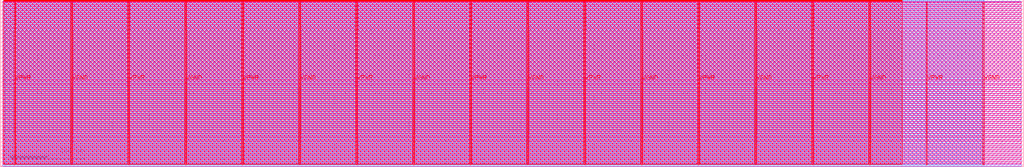
<source format=lef>
VERSION 5.7 ;
  NOWIREEXTENSIONATPIN ON ;
  DIVIDERCHAR "/" ;
  BUSBITCHARS "[]" ;
MACRO tt_um_petersn_micro1
  CLASS BLOCK ;
  FOREIGN tt_um_petersn_micro1 ;
  ORIGIN 0.000 0.000 ;
  SIZE 1378.160 BY 225.760 ;
  PIN VGND
    DIRECTION INOUT ;
    USE GROUND ;
    PORT
      LAYER met4 ;
        RECT 95.080 2.480 96.680 223.280 ;
    END
    PORT
      LAYER met4 ;
        RECT 248.680 2.480 250.280 223.280 ;
    END
    PORT
      LAYER met4 ;
        RECT 402.280 2.480 403.880 223.280 ;
    END
    PORT
      LAYER met4 ;
        RECT 555.880 2.480 557.480 223.280 ;
    END
    PORT
      LAYER met4 ;
        RECT 709.480 2.480 711.080 223.280 ;
    END
    PORT
      LAYER met4 ;
        RECT 863.080 2.480 864.680 223.280 ;
    END
    PORT
      LAYER met4 ;
        RECT 1016.680 2.480 1018.280 223.280 ;
    END
    PORT
      LAYER met4 ;
        RECT 1170.280 2.480 1171.880 223.280 ;
    END
    PORT
      LAYER met4 ;
        RECT 1323.880 2.480 1325.480 223.280 ;
    END
  END VGND
  PIN VPWR
    DIRECTION INOUT ;
    USE POWER ;
    PORT
      LAYER met4 ;
        RECT 18.280 2.480 19.880 223.280 ;
    END
    PORT
      LAYER met4 ;
        RECT 171.880 2.480 173.480 223.280 ;
    END
    PORT
      LAYER met4 ;
        RECT 325.480 2.480 327.080 223.280 ;
    END
    PORT
      LAYER met4 ;
        RECT 479.080 2.480 480.680 223.280 ;
    END
    PORT
      LAYER met4 ;
        RECT 632.680 2.480 634.280 223.280 ;
    END
    PORT
      LAYER met4 ;
        RECT 786.280 2.480 787.880 223.280 ;
    END
    PORT
      LAYER met4 ;
        RECT 939.880 2.480 941.480 223.280 ;
    END
    PORT
      LAYER met4 ;
        RECT 1093.480 2.480 1095.080 223.280 ;
    END
    PORT
      LAYER met4 ;
        RECT 1247.080 2.480 1248.680 223.280 ;
    END
  END VPWR
  PIN clk
    DIRECTION INPUT ;
    USE SIGNAL ;
    ANTENNAGATEAREA 0.852000 ;
    PORT
      LAYER met4 ;
        RECT 154.870 224.760 155.170 225.760 ;
    END
  END clk
  PIN ena
    DIRECTION INPUT ;
    USE SIGNAL ;
    ANTENNAGATEAREA 0.990000 ;
    PORT
      LAYER met4 ;
        RECT 158.550 224.760 158.850 225.760 ;
    END
  END ena
  PIN rst_n
    DIRECTION INPUT ;
    USE SIGNAL ;
    ANTENNAGATEAREA 0.852000 ;
    PORT
      LAYER met4 ;
        RECT 151.190 224.760 151.490 225.760 ;
    END
  END rst_n
  PIN ui_in[0]
    DIRECTION INPUT ;
    USE SIGNAL ;
    ANTENNAGATEAREA 0.495000 ;
    PORT
      LAYER met4 ;
        RECT 147.510 224.760 147.810 225.760 ;
    END
  END ui_in[0]
  PIN ui_in[1]
    DIRECTION INPUT ;
    USE SIGNAL ;
    PORT
      LAYER met4 ;
        RECT 143.830 224.760 144.130 225.760 ;
    END
  END ui_in[1]
  PIN ui_in[2]
    DIRECTION INPUT ;
    USE SIGNAL ;
    PORT
      LAYER met4 ;
        RECT 140.150 224.760 140.450 225.760 ;
    END
  END ui_in[2]
  PIN ui_in[3]
    DIRECTION INPUT ;
    USE SIGNAL ;
    PORT
      LAYER met4 ;
        RECT 136.470 224.760 136.770 225.760 ;
    END
  END ui_in[3]
  PIN ui_in[4]
    DIRECTION INPUT ;
    USE SIGNAL ;
    PORT
      LAYER met4 ;
        RECT 132.790 224.760 133.090 225.760 ;
    END
  END ui_in[4]
  PIN ui_in[5]
    DIRECTION INPUT ;
    USE SIGNAL ;
    PORT
      LAYER met4 ;
        RECT 129.110 224.760 129.410 225.760 ;
    END
  END ui_in[5]
  PIN ui_in[6]
    DIRECTION INPUT ;
    USE SIGNAL ;
    PORT
      LAYER met4 ;
        RECT 125.430 224.760 125.730 225.760 ;
    END
  END ui_in[6]
  PIN ui_in[7]
    DIRECTION INPUT ;
    USE SIGNAL ;
    PORT
      LAYER met4 ;
        RECT 121.750 224.760 122.050 225.760 ;
    END
  END ui_in[7]
  PIN uio_in[0]
    DIRECTION INPUT ;
    USE SIGNAL ;
    ANTENNAGATEAREA 0.196500 ;
    PORT
      LAYER met4 ;
        RECT 118.070 224.760 118.370 225.760 ;
    END
  END uio_in[0]
  PIN uio_in[1]
    DIRECTION INPUT ;
    USE SIGNAL ;
    ANTENNAGATEAREA 0.196500 ;
    PORT
      LAYER met4 ;
        RECT 114.390 224.760 114.690 225.760 ;
    END
  END uio_in[1]
  PIN uio_in[2]
    DIRECTION INPUT ;
    USE SIGNAL ;
    ANTENNAGATEAREA 0.196500 ;
    PORT
      LAYER met4 ;
        RECT 110.710 224.760 111.010 225.760 ;
    END
  END uio_in[2]
  PIN uio_in[3]
    DIRECTION INPUT ;
    USE SIGNAL ;
    ANTENNAGATEAREA 0.196500 ;
    PORT
      LAYER met4 ;
        RECT 107.030 224.760 107.330 225.760 ;
    END
  END uio_in[3]
  PIN uio_in[4]
    DIRECTION INPUT ;
    USE SIGNAL ;
    ANTENNAGATEAREA 0.196500 ;
    PORT
      LAYER met4 ;
        RECT 103.350 224.760 103.650 225.760 ;
    END
  END uio_in[4]
  PIN uio_in[5]
    DIRECTION INPUT ;
    USE SIGNAL ;
    ANTENNAGATEAREA 0.196500 ;
    PORT
      LAYER met4 ;
        RECT 99.670 224.760 99.970 225.760 ;
    END
  END uio_in[5]
  PIN uio_in[6]
    DIRECTION INPUT ;
    USE SIGNAL ;
    ANTENNAGATEAREA 0.196500 ;
    PORT
      LAYER met4 ;
        RECT 95.990 224.760 96.290 225.760 ;
    END
  END uio_in[6]
  PIN uio_in[7]
    DIRECTION INPUT ;
    USE SIGNAL ;
    ANTENNAGATEAREA 0.196500 ;
    PORT
      LAYER met4 ;
        RECT 92.310 224.760 92.610 225.760 ;
    END
  END uio_in[7]
  PIN uio_oe[0]
    DIRECTION OUTPUT TRISTATE ;
    USE SIGNAL ;
    ANTENNAGATEAREA 0.252000 ;
    ANTENNADIFFAREA 0.891000 ;
    PORT
      LAYER met4 ;
        RECT 29.750 224.760 30.050 225.760 ;
    END
  END uio_oe[0]
  PIN uio_oe[1]
    DIRECTION OUTPUT TRISTATE ;
    USE SIGNAL ;
    ANTENNAGATEAREA 0.252000 ;
    ANTENNADIFFAREA 0.891000 ;
    PORT
      LAYER met4 ;
        RECT 26.070 224.760 26.370 225.760 ;
    END
  END uio_oe[1]
  PIN uio_oe[2]
    DIRECTION OUTPUT TRISTATE ;
    USE SIGNAL ;
    ANTENNAGATEAREA 0.252000 ;
    ANTENNADIFFAREA 0.891000 ;
    PORT
      LAYER met4 ;
        RECT 22.390 224.760 22.690 225.760 ;
    END
  END uio_oe[2]
  PIN uio_oe[3]
    DIRECTION OUTPUT TRISTATE ;
    USE SIGNAL ;
    ANTENNAGATEAREA 0.252000 ;
    ANTENNADIFFAREA 0.891000 ;
    PORT
      LAYER met4 ;
        RECT 18.710 224.760 19.010 225.760 ;
    END
  END uio_oe[3]
  PIN uio_oe[4]
    DIRECTION OUTPUT TRISTATE ;
    USE SIGNAL ;
    ANTENNAGATEAREA 0.252000 ;
    ANTENNADIFFAREA 0.891000 ;
    PORT
      LAYER met4 ;
        RECT 15.030 224.760 15.330 225.760 ;
    END
  END uio_oe[4]
  PIN uio_oe[5]
    DIRECTION OUTPUT TRISTATE ;
    USE SIGNAL ;
    ANTENNAGATEAREA 0.373500 ;
    ANTENNADIFFAREA 1.325700 ;
    PORT
      LAYER met4 ;
        RECT 11.350 224.760 11.650 225.760 ;
    END
  END uio_oe[5]
  PIN uio_oe[6]
    DIRECTION OUTPUT TRISTATE ;
    USE SIGNAL ;
    ANTENNAGATEAREA 0.252000 ;
    ANTENNADIFFAREA 0.891000 ;
    PORT
      LAYER met4 ;
        RECT 7.670 224.760 7.970 225.760 ;
    END
  END uio_oe[6]
  PIN uio_oe[7]
    DIRECTION OUTPUT TRISTATE ;
    USE SIGNAL ;
    ANTENNAGATEAREA 0.373500 ;
    ANTENNADIFFAREA 0.891000 ;
    PORT
      LAYER met4 ;
        RECT 3.990 224.760 4.290 225.760 ;
    END
  END uio_oe[7]
  PIN uio_out[0]
    DIRECTION OUTPUT TRISTATE ;
    USE SIGNAL ;
    ANTENNAGATEAREA 0.126000 ;
    ANTENNADIFFAREA 0.445500 ;
    PORT
      LAYER met4 ;
        RECT 59.190 224.760 59.490 225.760 ;
    END
  END uio_out[0]
  PIN uio_out[1]
    DIRECTION OUTPUT TRISTATE ;
    USE SIGNAL ;
    ANTENNAGATEAREA 0.126000 ;
    ANTENNADIFFAREA 0.891000 ;
    PORT
      LAYER met4 ;
        RECT 55.510 224.760 55.810 225.760 ;
    END
  END uio_out[1]
  PIN uio_out[2]
    DIRECTION OUTPUT TRISTATE ;
    USE SIGNAL ;
    ANTENNAGATEAREA 0.126000 ;
    ANTENNADIFFAREA 0.891000 ;
    PORT
      LAYER met4 ;
        RECT 51.830 224.760 52.130 225.760 ;
    END
  END uio_out[2]
  PIN uio_out[3]
    DIRECTION OUTPUT TRISTATE ;
    USE SIGNAL ;
    ANTENNAGATEAREA 0.126000 ;
    ANTENNADIFFAREA 0.891000 ;
    PORT
      LAYER met4 ;
        RECT 48.150 224.760 48.450 225.760 ;
    END
  END uio_out[3]
  PIN uio_out[4]
    DIRECTION OUTPUT TRISTATE ;
    USE SIGNAL ;
    ANTENNAGATEAREA 0.126000 ;
    ANTENNADIFFAREA 0.445500 ;
    PORT
      LAYER met4 ;
        RECT 44.470 224.760 44.770 225.760 ;
    END
  END uio_out[4]
  PIN uio_out[5]
    DIRECTION OUTPUT TRISTATE ;
    USE SIGNAL ;
    ANTENNAGATEAREA 0.247500 ;
    ANTENNADIFFAREA 0.891000 ;
    PORT
      LAYER met4 ;
        RECT 40.790 224.760 41.090 225.760 ;
    END
  END uio_out[5]
  PIN uio_out[6]
    DIRECTION OUTPUT TRISTATE ;
    USE SIGNAL ;
    ANTENNAGATEAREA 0.126000 ;
    ANTENNADIFFAREA 0.891000 ;
    PORT
      LAYER met4 ;
        RECT 37.110 224.760 37.410 225.760 ;
    END
  END uio_out[6]
  PIN uio_out[7]
    DIRECTION OUTPUT TRISTATE ;
    USE SIGNAL ;
    ANTENNAGATEAREA 0.247500 ;
    ANTENNADIFFAREA 0.891000 ;
    PORT
      LAYER met4 ;
        RECT 33.430 224.760 33.730 225.760 ;
    END
  END uio_out[7]
  PIN uo_out[0]
    DIRECTION OUTPUT TRISTATE ;
    USE SIGNAL ;
    ANTENNADIFFAREA 1.782000 ;
    PORT
      LAYER met4 ;
        RECT 88.630 224.760 88.930 225.760 ;
    END
  END uo_out[0]
  PIN uo_out[1]
    DIRECTION OUTPUT TRISTATE ;
    USE SIGNAL ;
    PORT
      LAYER met4 ;
        RECT 84.950 224.760 85.250 225.760 ;
    END
  END uo_out[1]
  PIN uo_out[2]
    DIRECTION OUTPUT TRISTATE ;
    USE SIGNAL ;
    PORT
      LAYER met4 ;
        RECT 81.270 224.760 81.570 225.760 ;
    END
  END uo_out[2]
  PIN uo_out[3]
    DIRECTION OUTPUT TRISTATE ;
    USE SIGNAL ;
    ANTENNADIFFAREA 0.795200 ;
    PORT
      LAYER met4 ;
        RECT 77.590 224.760 77.890 225.760 ;
    END
  END uo_out[3]
  PIN uo_out[4]
    DIRECTION OUTPUT TRISTATE ;
    USE SIGNAL ;
    ANTENNADIFFAREA 0.795200 ;
    PORT
      LAYER met4 ;
        RECT 73.910 224.760 74.210 225.760 ;
    END
  END uo_out[4]
  PIN uo_out[5]
    DIRECTION OUTPUT TRISTATE ;
    USE SIGNAL ;
    ANTENNADIFFAREA 0.795200 ;
    PORT
      LAYER met4 ;
        RECT 70.230 224.760 70.530 225.760 ;
    END
  END uo_out[5]
  PIN uo_out[6]
    DIRECTION OUTPUT TRISTATE ;
    USE SIGNAL ;
    ANTENNADIFFAREA 0.795200 ;
    PORT
      LAYER met4 ;
        RECT 66.550 224.760 66.850 225.760 ;
    END
  END uo_out[6]
  PIN uo_out[7]
    DIRECTION OUTPUT TRISTATE ;
    USE SIGNAL ;
    ANTENNADIFFAREA 0.795200 ;
    PORT
      LAYER met4 ;
        RECT 62.870 224.760 63.170 225.760 ;
    END
  END uo_out[7]
  OBS
      LAYER nwell ;
        RECT 2.570 221.625 1375.590 223.230 ;
        RECT 2.570 216.185 1375.590 219.015 ;
        RECT 2.570 210.745 1375.590 213.575 ;
        RECT 2.570 205.305 1375.590 208.135 ;
        RECT 2.570 199.865 1375.590 202.695 ;
        RECT 2.570 194.425 1375.590 197.255 ;
        RECT 2.570 188.985 1375.590 191.815 ;
        RECT 2.570 183.545 1375.590 186.375 ;
        RECT 2.570 178.105 1375.590 180.935 ;
        RECT 2.570 172.665 1375.590 175.495 ;
        RECT 2.570 167.225 1375.590 170.055 ;
        RECT 2.570 161.785 1375.590 164.615 ;
        RECT 2.570 156.345 1375.590 159.175 ;
        RECT 2.570 150.905 1375.590 153.735 ;
        RECT 2.570 145.465 1375.590 148.295 ;
        RECT 2.570 140.025 1375.590 142.855 ;
        RECT 2.570 134.585 1375.590 137.415 ;
        RECT 2.570 129.145 1375.590 131.975 ;
        RECT 2.570 123.705 1375.590 126.535 ;
        RECT 2.570 118.265 1375.590 121.095 ;
        RECT 2.570 112.825 1375.590 115.655 ;
        RECT 2.570 107.385 1375.590 110.215 ;
        RECT 2.570 101.945 1375.590 104.775 ;
        RECT 2.570 96.505 1375.590 99.335 ;
        RECT 2.570 91.065 1375.590 93.895 ;
        RECT 2.570 85.625 1375.590 88.455 ;
        RECT 2.570 80.185 1375.590 83.015 ;
        RECT 2.570 74.745 1375.590 77.575 ;
        RECT 2.570 69.305 1375.590 72.135 ;
        RECT 2.570 63.865 1375.590 66.695 ;
        RECT 2.570 58.425 1375.590 61.255 ;
        RECT 2.570 52.985 1375.590 55.815 ;
        RECT 2.570 47.545 1375.590 50.375 ;
        RECT 2.570 42.105 1375.590 44.935 ;
        RECT 2.570 36.665 1375.590 39.495 ;
        RECT 2.570 31.225 1375.590 34.055 ;
        RECT 2.570 25.785 1375.590 28.615 ;
        RECT 2.570 20.345 1375.590 23.175 ;
        RECT 2.570 14.905 1375.590 17.735 ;
        RECT 2.570 9.465 1375.590 12.295 ;
        RECT 2.570 4.025 1375.590 6.855 ;
      LAYER li1 ;
        RECT 2.760 2.635 1375.400 223.125 ;
      LAYER met1 ;
        RECT 2.760 0.380 1375.400 224.020 ;
      LAYER met2 ;
        RECT 5.160 0.350 1325.450 224.925 ;
      LAYER met3 ;
        RECT 3.950 2.555 1325.470 224.905 ;
      LAYER met4 ;
        RECT 4.690 224.360 7.270 224.905 ;
        RECT 8.370 224.360 10.950 224.905 ;
        RECT 12.050 224.360 14.630 224.905 ;
        RECT 15.730 224.360 18.310 224.905 ;
        RECT 19.410 224.360 21.990 224.905 ;
        RECT 23.090 224.360 25.670 224.905 ;
        RECT 26.770 224.360 29.350 224.905 ;
        RECT 30.450 224.360 33.030 224.905 ;
        RECT 34.130 224.360 36.710 224.905 ;
        RECT 37.810 224.360 40.390 224.905 ;
        RECT 41.490 224.360 44.070 224.905 ;
        RECT 45.170 224.360 47.750 224.905 ;
        RECT 48.850 224.360 51.430 224.905 ;
        RECT 52.530 224.360 55.110 224.905 ;
        RECT 56.210 224.360 58.790 224.905 ;
        RECT 59.890 224.360 62.470 224.905 ;
        RECT 63.570 224.360 66.150 224.905 ;
        RECT 67.250 224.360 69.830 224.905 ;
        RECT 70.930 224.360 73.510 224.905 ;
        RECT 74.610 224.360 77.190 224.905 ;
        RECT 78.290 224.360 80.870 224.905 ;
        RECT 81.970 224.360 84.550 224.905 ;
        RECT 85.650 224.360 88.230 224.905 ;
        RECT 89.330 224.360 91.910 224.905 ;
        RECT 93.010 224.360 95.590 224.905 ;
        RECT 96.690 224.360 99.270 224.905 ;
        RECT 100.370 224.360 102.950 224.905 ;
        RECT 104.050 224.360 106.630 224.905 ;
        RECT 107.730 224.360 110.310 224.905 ;
        RECT 111.410 224.360 113.990 224.905 ;
        RECT 115.090 224.360 117.670 224.905 ;
        RECT 118.770 224.360 121.350 224.905 ;
        RECT 122.450 224.360 125.030 224.905 ;
        RECT 126.130 224.360 128.710 224.905 ;
        RECT 129.810 224.360 132.390 224.905 ;
        RECT 133.490 224.360 136.070 224.905 ;
        RECT 137.170 224.360 139.750 224.905 ;
        RECT 140.850 224.360 143.430 224.905 ;
        RECT 144.530 224.360 147.110 224.905 ;
        RECT 148.210 224.360 150.790 224.905 ;
        RECT 151.890 224.360 154.470 224.905 ;
        RECT 155.570 224.360 158.150 224.905 ;
        RECT 159.250 224.360 1215.025 224.905 ;
        RECT 3.975 223.680 1215.025 224.360 ;
        RECT 3.975 3.575 17.880 223.680 ;
        RECT 20.280 3.575 94.680 223.680 ;
        RECT 97.080 3.575 171.480 223.680 ;
        RECT 173.880 3.575 248.280 223.680 ;
        RECT 250.680 3.575 325.080 223.680 ;
        RECT 327.480 3.575 401.880 223.680 ;
        RECT 404.280 3.575 478.680 223.680 ;
        RECT 481.080 3.575 555.480 223.680 ;
        RECT 557.880 3.575 632.280 223.680 ;
        RECT 634.680 3.575 709.080 223.680 ;
        RECT 711.480 3.575 785.880 223.680 ;
        RECT 788.280 3.575 862.680 223.680 ;
        RECT 865.080 3.575 939.480 223.680 ;
        RECT 941.880 3.575 1016.280 223.680 ;
        RECT 1018.680 3.575 1093.080 223.680 ;
        RECT 1095.480 3.575 1169.880 223.680 ;
        RECT 1172.280 3.575 1215.025 223.680 ;
  END
END tt_um_petersn_micro1
END LIBRARY


</source>
